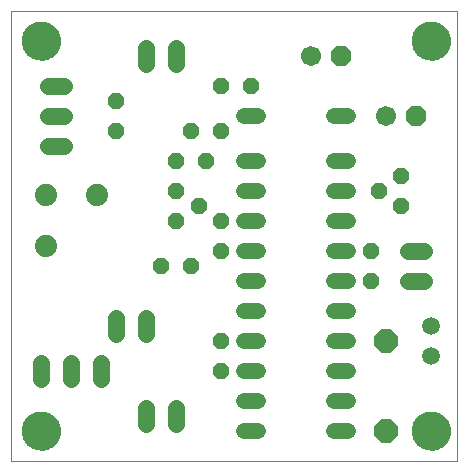
<source format=gbs>
G75*
%MOIN*%
%OFA0B0*%
%FSLAX24Y24*%
%IPPOS*%
%LPD*%
%AMOC8*
5,1,8,0,0,1.08239X$1,22.5*
%
%ADD10C,0.0000*%
%ADD11C,0.1300*%
%ADD12C,0.0520*%
%ADD13OC8,0.0540*%
%ADD14OC8,0.0520*%
%ADD15C,0.0580*%
%ADD16OC8,0.0790*%
%ADD17OC8,0.0670*%
%ADD18C,0.0670*%
%ADD19C,0.0591*%
%ADD20C,0.0740*%
D10*
X000180Y000180D02*
X000180Y015176D01*
X015050Y015176D01*
X015050Y000180D01*
X000180Y000180D01*
X000550Y001180D02*
X000552Y001230D01*
X000558Y001280D01*
X000568Y001329D01*
X000582Y001377D01*
X000599Y001424D01*
X000620Y001469D01*
X000645Y001513D01*
X000673Y001554D01*
X000705Y001593D01*
X000739Y001630D01*
X000776Y001664D01*
X000816Y001694D01*
X000858Y001721D01*
X000902Y001745D01*
X000948Y001766D01*
X000995Y001782D01*
X001043Y001795D01*
X001093Y001804D01*
X001142Y001809D01*
X001193Y001810D01*
X001243Y001807D01*
X001292Y001800D01*
X001341Y001789D01*
X001389Y001774D01*
X001435Y001756D01*
X001480Y001734D01*
X001523Y001708D01*
X001564Y001679D01*
X001603Y001647D01*
X001639Y001612D01*
X001671Y001574D01*
X001701Y001534D01*
X001728Y001491D01*
X001751Y001447D01*
X001770Y001401D01*
X001786Y001353D01*
X001798Y001304D01*
X001806Y001255D01*
X001810Y001205D01*
X001810Y001155D01*
X001806Y001105D01*
X001798Y001056D01*
X001786Y001007D01*
X001770Y000959D01*
X001751Y000913D01*
X001728Y000869D01*
X001701Y000826D01*
X001671Y000786D01*
X001639Y000748D01*
X001603Y000713D01*
X001564Y000681D01*
X001523Y000652D01*
X001480Y000626D01*
X001435Y000604D01*
X001389Y000586D01*
X001341Y000571D01*
X001292Y000560D01*
X001243Y000553D01*
X001193Y000550D01*
X001142Y000551D01*
X001093Y000556D01*
X001043Y000565D01*
X000995Y000578D01*
X000948Y000594D01*
X000902Y000615D01*
X000858Y000639D01*
X000816Y000666D01*
X000776Y000696D01*
X000739Y000730D01*
X000705Y000767D01*
X000673Y000806D01*
X000645Y000847D01*
X000620Y000891D01*
X000599Y000936D01*
X000582Y000983D01*
X000568Y001031D01*
X000558Y001080D01*
X000552Y001130D01*
X000550Y001180D01*
X000550Y014180D02*
X000552Y014230D01*
X000558Y014280D01*
X000568Y014329D01*
X000582Y014377D01*
X000599Y014424D01*
X000620Y014469D01*
X000645Y014513D01*
X000673Y014554D01*
X000705Y014593D01*
X000739Y014630D01*
X000776Y014664D01*
X000816Y014694D01*
X000858Y014721D01*
X000902Y014745D01*
X000948Y014766D01*
X000995Y014782D01*
X001043Y014795D01*
X001093Y014804D01*
X001142Y014809D01*
X001193Y014810D01*
X001243Y014807D01*
X001292Y014800D01*
X001341Y014789D01*
X001389Y014774D01*
X001435Y014756D01*
X001480Y014734D01*
X001523Y014708D01*
X001564Y014679D01*
X001603Y014647D01*
X001639Y014612D01*
X001671Y014574D01*
X001701Y014534D01*
X001728Y014491D01*
X001751Y014447D01*
X001770Y014401D01*
X001786Y014353D01*
X001798Y014304D01*
X001806Y014255D01*
X001810Y014205D01*
X001810Y014155D01*
X001806Y014105D01*
X001798Y014056D01*
X001786Y014007D01*
X001770Y013959D01*
X001751Y013913D01*
X001728Y013869D01*
X001701Y013826D01*
X001671Y013786D01*
X001639Y013748D01*
X001603Y013713D01*
X001564Y013681D01*
X001523Y013652D01*
X001480Y013626D01*
X001435Y013604D01*
X001389Y013586D01*
X001341Y013571D01*
X001292Y013560D01*
X001243Y013553D01*
X001193Y013550D01*
X001142Y013551D01*
X001093Y013556D01*
X001043Y013565D01*
X000995Y013578D01*
X000948Y013594D01*
X000902Y013615D01*
X000858Y013639D01*
X000816Y013666D01*
X000776Y013696D01*
X000739Y013730D01*
X000705Y013767D01*
X000673Y013806D01*
X000645Y013847D01*
X000620Y013891D01*
X000599Y013936D01*
X000582Y013983D01*
X000568Y014031D01*
X000558Y014080D01*
X000552Y014130D01*
X000550Y014180D01*
X013550Y014180D02*
X013552Y014230D01*
X013558Y014280D01*
X013568Y014329D01*
X013582Y014377D01*
X013599Y014424D01*
X013620Y014469D01*
X013645Y014513D01*
X013673Y014554D01*
X013705Y014593D01*
X013739Y014630D01*
X013776Y014664D01*
X013816Y014694D01*
X013858Y014721D01*
X013902Y014745D01*
X013948Y014766D01*
X013995Y014782D01*
X014043Y014795D01*
X014093Y014804D01*
X014142Y014809D01*
X014193Y014810D01*
X014243Y014807D01*
X014292Y014800D01*
X014341Y014789D01*
X014389Y014774D01*
X014435Y014756D01*
X014480Y014734D01*
X014523Y014708D01*
X014564Y014679D01*
X014603Y014647D01*
X014639Y014612D01*
X014671Y014574D01*
X014701Y014534D01*
X014728Y014491D01*
X014751Y014447D01*
X014770Y014401D01*
X014786Y014353D01*
X014798Y014304D01*
X014806Y014255D01*
X014810Y014205D01*
X014810Y014155D01*
X014806Y014105D01*
X014798Y014056D01*
X014786Y014007D01*
X014770Y013959D01*
X014751Y013913D01*
X014728Y013869D01*
X014701Y013826D01*
X014671Y013786D01*
X014639Y013748D01*
X014603Y013713D01*
X014564Y013681D01*
X014523Y013652D01*
X014480Y013626D01*
X014435Y013604D01*
X014389Y013586D01*
X014341Y013571D01*
X014292Y013560D01*
X014243Y013553D01*
X014193Y013550D01*
X014142Y013551D01*
X014093Y013556D01*
X014043Y013565D01*
X013995Y013578D01*
X013948Y013594D01*
X013902Y013615D01*
X013858Y013639D01*
X013816Y013666D01*
X013776Y013696D01*
X013739Y013730D01*
X013705Y013767D01*
X013673Y013806D01*
X013645Y013847D01*
X013620Y013891D01*
X013599Y013936D01*
X013582Y013983D01*
X013568Y014031D01*
X013558Y014080D01*
X013552Y014130D01*
X013550Y014180D01*
X013550Y001180D02*
X013552Y001230D01*
X013558Y001280D01*
X013568Y001329D01*
X013582Y001377D01*
X013599Y001424D01*
X013620Y001469D01*
X013645Y001513D01*
X013673Y001554D01*
X013705Y001593D01*
X013739Y001630D01*
X013776Y001664D01*
X013816Y001694D01*
X013858Y001721D01*
X013902Y001745D01*
X013948Y001766D01*
X013995Y001782D01*
X014043Y001795D01*
X014093Y001804D01*
X014142Y001809D01*
X014193Y001810D01*
X014243Y001807D01*
X014292Y001800D01*
X014341Y001789D01*
X014389Y001774D01*
X014435Y001756D01*
X014480Y001734D01*
X014523Y001708D01*
X014564Y001679D01*
X014603Y001647D01*
X014639Y001612D01*
X014671Y001574D01*
X014701Y001534D01*
X014728Y001491D01*
X014751Y001447D01*
X014770Y001401D01*
X014786Y001353D01*
X014798Y001304D01*
X014806Y001255D01*
X014810Y001205D01*
X014810Y001155D01*
X014806Y001105D01*
X014798Y001056D01*
X014786Y001007D01*
X014770Y000959D01*
X014751Y000913D01*
X014728Y000869D01*
X014701Y000826D01*
X014671Y000786D01*
X014639Y000748D01*
X014603Y000713D01*
X014564Y000681D01*
X014523Y000652D01*
X014480Y000626D01*
X014435Y000604D01*
X014389Y000586D01*
X014341Y000571D01*
X014292Y000560D01*
X014243Y000553D01*
X014193Y000550D01*
X014142Y000551D01*
X014093Y000556D01*
X014043Y000565D01*
X013995Y000578D01*
X013948Y000594D01*
X013902Y000615D01*
X013858Y000639D01*
X013816Y000666D01*
X013776Y000696D01*
X013739Y000730D01*
X013705Y000767D01*
X013673Y000806D01*
X013645Y000847D01*
X013620Y000891D01*
X013599Y000936D01*
X013582Y000983D01*
X013568Y001031D01*
X013558Y001080D01*
X013552Y001130D01*
X013550Y001180D01*
D11*
X014180Y001180D03*
X014180Y014180D03*
X001180Y014180D03*
X001180Y001180D03*
D12*
X007940Y001182D02*
X008420Y001182D01*
X008420Y002182D02*
X007940Y002182D01*
X007940Y003182D02*
X008420Y003182D01*
X008420Y004182D02*
X007940Y004182D01*
X007940Y005182D02*
X008420Y005182D01*
X008420Y006182D02*
X007940Y006182D01*
X007940Y007182D02*
X008420Y007182D01*
X008420Y008182D02*
X007940Y008182D01*
X007940Y009182D02*
X008420Y009182D01*
X008420Y010182D02*
X007940Y010182D01*
X007940Y011680D02*
X008420Y011680D01*
X010940Y011680D02*
X011420Y011680D01*
X011420Y010182D02*
X010940Y010182D01*
X010940Y009182D02*
X011420Y009182D01*
X011420Y008182D02*
X010940Y008182D01*
X010940Y007182D02*
X011420Y007182D01*
X011420Y006182D02*
X010940Y006182D01*
X010940Y005182D02*
X011420Y005182D01*
X011420Y004182D02*
X010940Y004182D01*
X010940Y003182D02*
X011420Y003182D01*
X011420Y002182D02*
X010940Y002182D01*
X010940Y001182D02*
X011420Y001182D01*
D13*
X013180Y008680D03*
X012430Y009180D03*
X013180Y009680D03*
D14*
X012180Y007180D03*
X012180Y006180D03*
X007180Y007180D03*
X006180Y006680D03*
X005180Y006680D03*
X005680Y008180D03*
X006430Y008680D03*
X007180Y008180D03*
X005680Y009180D03*
X005680Y010180D03*
X006180Y011180D03*
X007180Y011180D03*
X006680Y010180D03*
X007180Y012680D03*
X008180Y012680D03*
X003680Y012180D03*
X003680Y011180D03*
X007180Y004180D03*
X007180Y003180D03*
D15*
X005680Y001950D02*
X005680Y001410D01*
X004680Y001410D02*
X004680Y001950D01*
X003180Y002910D02*
X003180Y003450D01*
X002180Y003450D02*
X002180Y002910D01*
X001180Y002910D02*
X001180Y003450D01*
X003680Y004410D02*
X003680Y004950D01*
X004680Y004950D02*
X004680Y004410D01*
X001950Y010680D02*
X001410Y010680D01*
X001410Y011680D02*
X001950Y011680D01*
X001950Y012680D02*
X001410Y012680D01*
X004680Y013410D02*
X004680Y013950D01*
X005680Y013950D02*
X005680Y013410D01*
X013410Y007180D02*
X013950Y007180D01*
X013950Y006180D02*
X013410Y006180D01*
D16*
X012680Y004180D03*
X012680Y001180D03*
D17*
X013680Y011680D03*
X011180Y013680D03*
D18*
X010180Y013680D03*
X012680Y011680D03*
D19*
X014180Y004680D03*
X014180Y003680D03*
D20*
X003028Y009028D03*
X001332Y009028D03*
X001332Y007332D03*
M02*

</source>
